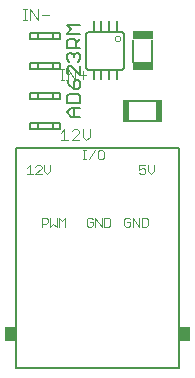
<source format=gto>
G75*
G70*
%OFA0B0*%
%FSLAX24Y24*%
%IPPOS*%
%LPD*%
%AMOC8*
5,1,8,0,0,1.08239X$1,22.5*
%
%ADD10C,0.0030*%
%ADD11C,0.0060*%
%ADD12C,0.0020*%
%ADD13C,0.0050*%
%ADD14R,0.0096X0.0337*%
%ADD15R,0.0096X0.0337*%
%ADD16R,0.0690X0.0290*%
%ADD17C,0.0080*%
%ADD18C,0.0010*%
%ADD19R,0.0364X0.0450*%
%ADD20C,0.0000*%
%ADD21R,0.0230X0.0720*%
D10*
X002365Y007719D02*
X002612Y007719D01*
X002488Y007719D02*
X002488Y008089D01*
X002365Y007966D01*
X002733Y008027D02*
X002795Y008089D01*
X002918Y008089D01*
X002980Y008027D01*
X002980Y007966D01*
X002733Y007719D01*
X002980Y007719D01*
X003102Y007842D02*
X003225Y007719D01*
X003349Y007842D01*
X003349Y008089D01*
X003102Y008089D02*
X003102Y007842D01*
X002857Y009719D02*
X002857Y010089D01*
X002979Y009904D02*
X003226Y009904D01*
X003102Y010027D02*
X003102Y009780D01*
X002857Y009719D02*
X002611Y010089D01*
X002611Y009719D01*
X002488Y009719D02*
X002365Y009719D01*
X002427Y009719D02*
X002427Y010089D01*
X002488Y010089D02*
X002365Y010089D01*
X001607Y011719D02*
X001607Y012089D01*
X001729Y011904D02*
X001976Y011904D01*
X001607Y011719D02*
X001361Y012089D01*
X001361Y011719D01*
X001238Y011719D02*
X001115Y011719D01*
X001177Y011719D02*
X001177Y012089D01*
X001238Y012089D02*
X001115Y012089D01*
D11*
X001350Y011304D02*
X001400Y011304D01*
X001600Y011304D01*
X001600Y011104D01*
X002100Y011104D01*
X002300Y011104D01*
X002350Y011104D01*
X002350Y011304D01*
X002300Y011304D01*
X002100Y011304D01*
X001600Y011304D01*
X001600Y011104D02*
X001400Y011104D01*
X001350Y011104D01*
X001350Y011304D01*
X001350Y010304D02*
X001400Y010304D01*
X001600Y010304D01*
X001600Y010104D01*
X002100Y010104D01*
X002300Y010104D01*
X002350Y010104D01*
X002350Y010304D01*
X002300Y010304D01*
X002100Y010304D01*
X001600Y010304D01*
X001600Y010104D02*
X001400Y010104D01*
X001350Y010104D01*
X001350Y010304D01*
X001350Y009304D02*
X001400Y009304D01*
X001600Y009304D01*
X001600Y009104D01*
X002100Y009104D01*
X002300Y009104D01*
X002350Y009104D01*
X002350Y009304D01*
X002300Y009304D01*
X002100Y009304D01*
X001600Y009304D01*
X001600Y009104D02*
X001400Y009104D01*
X001350Y009104D01*
X001350Y009304D01*
X001350Y008304D02*
X001400Y008304D01*
X001600Y008304D01*
X001600Y008104D01*
X002100Y008104D01*
X002300Y008104D01*
X002350Y008104D01*
X002350Y008304D01*
X002300Y008304D01*
X002100Y008304D01*
X001600Y008304D01*
X001600Y008104D02*
X001400Y008104D01*
X001350Y008104D01*
X001350Y008304D01*
X002100Y008304D02*
X002100Y008104D01*
X002100Y009104D02*
X002100Y009304D01*
X002100Y010104D02*
X002100Y010304D01*
X002100Y011104D02*
X002100Y011304D01*
X003211Y011216D02*
X003211Y010192D01*
X003213Y010172D01*
X003217Y010152D01*
X003225Y010134D01*
X003235Y010117D01*
X003248Y010101D01*
X003264Y010088D01*
X003281Y010078D01*
X003299Y010070D01*
X003319Y010066D01*
X003339Y010064D01*
X004362Y010064D01*
X004382Y010066D01*
X004402Y010070D01*
X004420Y010078D01*
X004437Y010088D01*
X004453Y010101D01*
X004466Y010117D01*
X004476Y010134D01*
X004484Y010152D01*
X004488Y010172D01*
X004490Y010192D01*
X004490Y011216D01*
X004488Y011236D01*
X004484Y011256D01*
X004476Y011274D01*
X004466Y011291D01*
X004453Y011307D01*
X004437Y011320D01*
X004420Y011330D01*
X004402Y011338D01*
X004382Y011342D01*
X004362Y011344D01*
X004378Y011344D02*
X003339Y011344D01*
X003319Y011342D01*
X003299Y011338D01*
X003281Y011330D01*
X003264Y011320D01*
X003248Y011307D01*
X003235Y011291D01*
X003225Y011274D01*
X003217Y011256D01*
X003213Y011236D01*
X003211Y011216D01*
X004650Y009034D02*
X005550Y009034D01*
X005550Y008374D02*
X004650Y008374D01*
X004780Y010324D02*
X004780Y011079D01*
X005420Y011079D02*
X005420Y010324D01*
D12*
X004166Y011113D02*
X004168Y011132D01*
X004174Y011151D01*
X004183Y011168D01*
X004196Y011183D01*
X004211Y011194D01*
X004229Y011203D01*
X004247Y011208D01*
X004267Y011209D01*
X004286Y011206D01*
X004304Y011199D01*
X004321Y011189D01*
X004335Y011176D01*
X004346Y011160D01*
X004354Y011142D01*
X004358Y011123D01*
X004358Y011103D01*
X004354Y011084D01*
X004346Y011066D01*
X004335Y011050D01*
X004321Y011037D01*
X004304Y011027D01*
X004286Y011020D01*
X004267Y011017D01*
X004247Y011018D01*
X004229Y011023D01*
X004211Y011032D01*
X004196Y011043D01*
X004183Y011058D01*
X004174Y011075D01*
X004168Y011094D01*
X004166Y011113D01*
D13*
X003025Y011108D02*
X002875Y010958D01*
X002875Y011033D02*
X002875Y010808D01*
X002875Y010648D02*
X002950Y010648D01*
X003025Y010573D01*
X003025Y010423D01*
X002950Y010348D01*
X003025Y010187D02*
X003025Y009887D01*
X002725Y010187D01*
X002650Y010187D01*
X002575Y010112D01*
X002575Y009962D01*
X002650Y009887D01*
X002575Y009727D02*
X002650Y009577D01*
X002800Y009427D01*
X002800Y009652D01*
X002875Y009727D01*
X002950Y009727D01*
X003025Y009652D01*
X003025Y009502D01*
X002950Y009427D01*
X002800Y009427D01*
X002950Y009267D02*
X002650Y009267D01*
X002575Y009192D01*
X002575Y008966D01*
X003025Y008966D01*
X003025Y009192D01*
X002950Y009267D01*
X003025Y008806D02*
X002725Y008806D01*
X002575Y008656D01*
X002725Y008506D01*
X003025Y008506D01*
X002800Y008506D02*
X002800Y008806D01*
X002650Y010348D02*
X002575Y010423D01*
X002575Y010573D01*
X002650Y010648D01*
X002725Y010648D01*
X002800Y010573D01*
X002875Y010648D01*
X002800Y010573D02*
X002800Y010498D01*
X003025Y010808D02*
X002575Y010808D01*
X002575Y011033D01*
X002650Y011108D01*
X002800Y011108D01*
X002875Y011033D01*
X003025Y011268D02*
X002575Y011268D01*
X002725Y011419D01*
X002575Y011569D01*
X003025Y011569D01*
D14*
X003466Y009886D03*
X003722Y009886D03*
X003978Y009886D03*
X004234Y009886D03*
D15*
X004234Y011522D03*
X003978Y011522D03*
X003722Y011522D03*
X003466Y011522D03*
D16*
X005100Y011224D03*
X005100Y010184D03*
D17*
X006307Y007463D02*
X006307Y000140D01*
X000893Y000140D01*
X000893Y007463D01*
X006307Y007463D01*
D18*
X005481Y006894D02*
X005481Y006687D01*
X005378Y006584D01*
X005275Y006687D01*
X005275Y006894D01*
X005187Y006894D02*
X004980Y006894D01*
X004980Y006739D01*
X005083Y006791D01*
X005135Y006791D01*
X005187Y006739D01*
X005187Y006635D01*
X005135Y006584D01*
X005032Y006584D01*
X004980Y006635D01*
X004981Y005144D02*
X004981Y004834D01*
X004775Y005144D01*
X004775Y004834D01*
X004687Y004885D02*
X004687Y004989D01*
X004583Y004989D01*
X004480Y005092D02*
X004480Y004885D01*
X004532Y004834D01*
X004635Y004834D01*
X004687Y004885D01*
X004687Y005092D02*
X004635Y005144D01*
X004532Y005144D01*
X004480Y005092D01*
X004026Y005092D02*
X004026Y004885D01*
X003974Y004834D01*
X003819Y004834D01*
X003819Y005144D01*
X003974Y005144D01*
X004026Y005092D01*
X003731Y005144D02*
X003731Y004834D01*
X003525Y005144D01*
X003525Y004834D01*
X003437Y004885D02*
X003437Y004989D01*
X003333Y004989D01*
X003230Y005092D02*
X003282Y005144D01*
X003385Y005144D01*
X003437Y005092D01*
X003437Y004885D02*
X003385Y004834D01*
X003282Y004834D01*
X003230Y004885D01*
X003230Y005092D01*
X002526Y005144D02*
X002526Y004834D01*
X002423Y005041D02*
X002526Y005144D01*
X002423Y005041D02*
X002319Y005144D01*
X002319Y004834D01*
X002231Y004834D02*
X002231Y005144D01*
X002128Y004937D02*
X002231Y004834D01*
X002128Y004937D02*
X002025Y004834D01*
X002025Y005144D01*
X001937Y005092D02*
X001937Y004989D01*
X001885Y004937D01*
X001730Y004937D01*
X001730Y004834D02*
X001730Y005144D01*
X001885Y005144D01*
X001937Y005092D01*
X001923Y006584D02*
X002026Y006687D01*
X002026Y006894D01*
X001819Y006687D02*
X001923Y006584D01*
X001819Y006687D02*
X001819Y006894D01*
X001731Y006842D02*
X001680Y006894D01*
X001576Y006894D01*
X001525Y006842D01*
X001731Y006791D02*
X001525Y006584D01*
X001731Y006584D01*
X001731Y006791D02*
X001731Y006842D01*
X001437Y006584D02*
X001230Y006584D01*
X001333Y006584D02*
X001333Y006894D01*
X001230Y006791D01*
X003105Y007084D02*
X003208Y007084D01*
X003157Y007084D02*
X003157Y007394D01*
X003208Y007394D02*
X003105Y007394D01*
X003301Y007084D02*
X003508Y007394D01*
X003596Y007342D02*
X003596Y007135D01*
X003648Y007084D01*
X003751Y007084D01*
X003803Y007135D01*
X003803Y007342D01*
X003751Y007394D01*
X003648Y007394D01*
X003596Y007342D01*
X005069Y005144D02*
X005069Y004834D01*
X005224Y004834D01*
X005276Y004885D01*
X005276Y005092D01*
X005224Y005144D01*
X005069Y005144D01*
D19*
X000682Y001269D03*
X006518Y001269D03*
D20*
X001892Y008304D02*
X001888Y008304D01*
X001887Y008305D01*
X001894Y008312D01*
X001894Y008305D01*
X001892Y008304D01*
X001887Y008305D02*
X001887Y008312D01*
X001888Y008314D01*
X001892Y008314D01*
X001894Y008312D01*
X001884Y008304D02*
X001878Y008304D01*
X001881Y008304D02*
X001881Y008314D01*
X001878Y008310D01*
X001875Y008309D02*
X001873Y008307D01*
X001868Y008307D01*
X001866Y008307D02*
X001866Y008305D01*
X001864Y008304D01*
X001861Y008304D01*
X001859Y008305D01*
X001857Y008304D02*
X001850Y008304D01*
X001850Y008314D01*
X001859Y008312D02*
X001859Y008310D01*
X001861Y008309D01*
X001864Y008309D01*
X001866Y008307D01*
X001868Y008304D02*
X001868Y008314D01*
X001873Y008314D01*
X001875Y008312D01*
X001875Y008309D01*
X001866Y008312D02*
X001864Y008314D01*
X001861Y008314D01*
X001859Y008312D01*
X001861Y009304D02*
X001859Y009305D01*
X001861Y009304D02*
X001864Y009304D01*
X001866Y009305D01*
X001866Y009307D01*
X001864Y009309D01*
X001861Y009309D01*
X001859Y009310D01*
X001859Y009312D01*
X001861Y009314D01*
X001864Y009314D01*
X001866Y009312D01*
X001868Y009314D02*
X001873Y009314D01*
X001875Y009312D01*
X001875Y009309D01*
X001873Y009307D01*
X001868Y009307D01*
X001868Y009304D02*
X001868Y009314D01*
X001878Y009310D02*
X001881Y009314D01*
X001881Y009304D01*
X001878Y009304D02*
X001884Y009304D01*
X001887Y009305D02*
X001894Y009312D01*
X001894Y009305D01*
X001892Y009304D01*
X001888Y009304D01*
X001887Y009305D01*
X001887Y009312D01*
X001888Y009314D01*
X001892Y009314D01*
X001894Y009312D01*
X001857Y009304D02*
X001850Y009304D01*
X001850Y009314D01*
X001850Y010304D02*
X001857Y010304D01*
X001859Y010305D02*
X001861Y010304D01*
X001864Y010304D01*
X001866Y010305D01*
X001866Y010307D01*
X001864Y010309D01*
X001861Y010309D01*
X001859Y010310D01*
X001859Y010312D01*
X001861Y010314D01*
X001864Y010314D01*
X001866Y010312D01*
X001868Y010314D02*
X001873Y010314D01*
X001875Y010312D01*
X001875Y010309D01*
X001873Y010307D01*
X001868Y010307D01*
X001868Y010304D02*
X001868Y010314D01*
X001878Y010310D02*
X001881Y010314D01*
X001881Y010304D01*
X001878Y010304D02*
X001884Y010304D01*
X001887Y010305D02*
X001894Y010312D01*
X001894Y010305D01*
X001892Y010304D01*
X001888Y010304D01*
X001887Y010305D01*
X001887Y010312D01*
X001888Y010314D01*
X001892Y010314D01*
X001894Y010312D01*
X001850Y010314D02*
X001850Y010304D01*
X001850Y011304D02*
X001857Y011304D01*
X001859Y011305D02*
X001861Y011304D01*
X001864Y011304D01*
X001866Y011305D01*
X001866Y011307D01*
X001864Y011309D01*
X001861Y011309D01*
X001859Y011310D01*
X001859Y011312D01*
X001861Y011314D01*
X001864Y011314D01*
X001866Y011312D01*
X001868Y011314D02*
X001873Y011314D01*
X001875Y011312D01*
X001875Y011309D01*
X001873Y011307D01*
X001868Y011307D01*
X001868Y011304D02*
X001868Y011314D01*
X001878Y011310D02*
X001881Y011314D01*
X001881Y011304D01*
X001878Y011304D02*
X001884Y011304D01*
X001887Y011305D02*
X001888Y011304D01*
X001892Y011304D01*
X001894Y011305D01*
X001894Y011312D01*
X001887Y011305D01*
X001887Y011312D01*
X001888Y011314D01*
X001892Y011314D01*
X001894Y011312D01*
X001850Y011314D02*
X001850Y011304D01*
D21*
X004545Y008704D03*
X005655Y008704D03*
M02*

</source>
